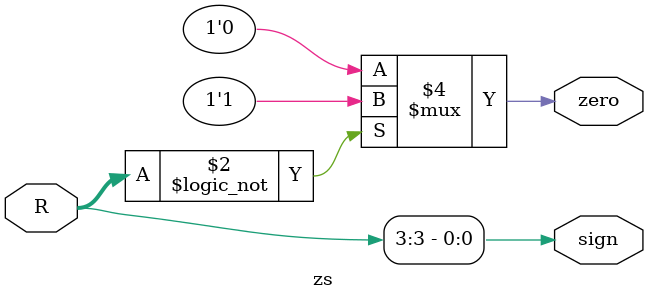
<source format=v>
module zs(output reg zero, sign, input wire [3:0] R);

  always @(R) 
  begin
    if (R == 0)
      zero = 1;
    else
      zero = 0;  
    sign = R[3];
  end
    
endmodule
</source>
